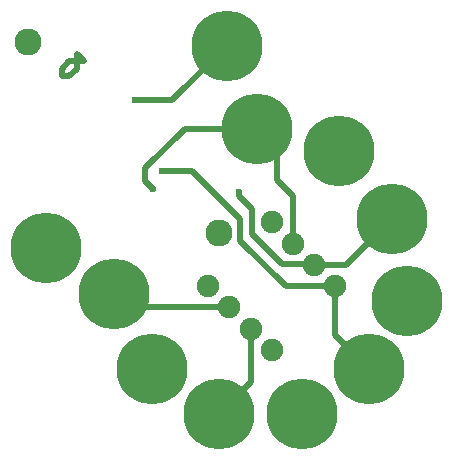
<source format=gtl>
G04 #@! TF.FileFunction,Copper,L1,Top,Signal*
%FSLAX46Y46*%
G04 Gerber Fmt 4.6, Leading zero omitted, Abs format (unit mm)*
G04 Created by KiCad (PCBNEW 4.0.2+dfsg1-stable) date Wed 08 Aug 2018 06:44:04 PM EDT*
%MOMM*%
G01*
G04 APERTURE LIST*
%ADD10C,0.100000*%
%ADD11C,2.286000*%
%ADD12C,6.000000*%
%ADD13C,1.905000*%
%ADD14C,0.600000*%
%ADD15C,0.500000*%
G04 APERTURE END LIST*
D10*
D11*
X106371846Y-100021846D03*
X122536307Y-116186307D03*
D12*
X138430000Y-121920000D03*
X135255000Y-127635000D03*
X137160000Y-114935000D03*
X125730000Y-107315000D03*
X113665000Y-121285000D03*
X122555000Y-131445000D03*
X129540000Y-131445000D03*
D13*
X121611846Y-120650000D03*
X123407898Y-122446051D03*
X125203949Y-124242102D03*
X127000000Y-126038154D03*
X132388154Y-120650000D03*
X130592102Y-118853949D03*
X128796051Y-117057898D03*
X127000000Y-115261846D03*
D12*
X116840000Y-127635000D03*
X132715000Y-109220000D03*
X107900000Y-117460000D03*
X123190000Y-100330000D03*
D14*
X115440000Y-104930000D03*
X117690000Y-110870000D03*
X124250000Y-112680000D03*
X116960000Y-112450000D03*
D15*
X109220000Y-102870000D02*
X109220000Y-102235000D01*
X109855000Y-102870000D02*
X109220000Y-102870000D01*
X110490000Y-102235000D02*
X109855000Y-102870000D01*
X110490000Y-100965000D02*
X110490000Y-102235000D01*
X111125000Y-101600000D02*
X110490000Y-100965000D01*
X110490000Y-101600000D02*
X111125000Y-101600000D01*
X109855000Y-101600000D02*
X110490000Y-101600000D01*
X109220000Y-102235000D02*
X109855000Y-101600000D01*
X118590000Y-104930000D02*
X123190000Y-100330000D01*
X115440000Y-104930000D02*
X118590000Y-104930000D01*
X128170000Y-120650000D02*
X132388154Y-120650000D01*
X124340000Y-116820000D02*
X128170000Y-120650000D01*
X124340000Y-114990002D02*
X124340000Y-116820000D01*
X120219998Y-110870000D02*
X124340000Y-114990002D01*
X117690000Y-110870000D02*
X120219998Y-110870000D01*
X132388154Y-120650000D02*
X132388154Y-124768154D01*
X132388154Y-124768154D02*
X135255000Y-127635000D01*
X130592102Y-118853949D02*
X129826051Y-118853949D01*
X129826051Y-118853949D02*
X129772102Y-118800000D01*
X129772102Y-118800000D02*
X127870000Y-118800000D01*
X127870000Y-118800000D02*
X125330000Y-116260000D01*
X125330000Y-116260000D02*
X125330000Y-114120000D01*
X125330000Y-114120000D02*
X124250000Y-113040000D01*
X124250000Y-113040000D02*
X124250000Y-112680000D01*
X130592102Y-118853949D02*
X133241051Y-118853949D01*
X133241051Y-118853949D02*
X137160000Y-114935000D01*
X119615000Y-107315000D02*
X125730000Y-107315000D01*
X116250000Y-110680000D02*
X119615000Y-107315000D01*
X116250000Y-111740000D02*
X116250000Y-110680000D01*
X116960000Y-112450000D02*
X116250000Y-111740000D01*
X125730000Y-107315000D02*
X127480000Y-109065000D01*
X127480000Y-109065000D02*
X127480000Y-111670000D01*
X127480000Y-111670000D02*
X128796051Y-112986051D01*
X128796051Y-112986051D02*
X128796051Y-117057898D01*
X123407898Y-122446051D02*
X114826051Y-122446051D01*
X114826051Y-122446051D02*
X113665000Y-121285000D01*
X125203949Y-124242102D02*
X125203949Y-128796051D01*
X125203949Y-128796051D02*
X122555000Y-131445000D01*
M02*

</source>
